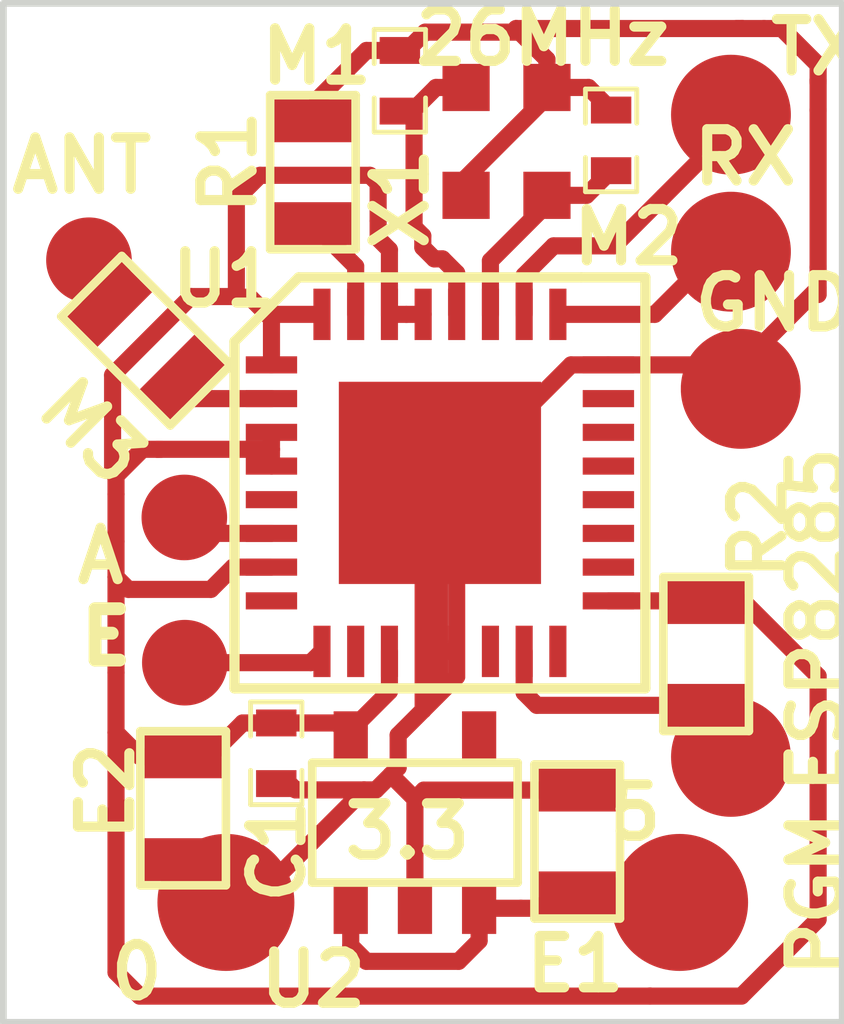
<source format=kicad_pcb>
(kicad_pcb (version 20171130) (host pcbnew "(5.1.12)-1")

  (general
    (thickness 1.6)
    (drawings 4)
    (tracks 176)
    (zones 0)
    (modules 20)
    (nets 14)
  )

  (page User 139.7 139.7)
  (layers
    (0 F.Cu signal)
    (31 B.Cu signal)
    (32 B.Adhes user hide)
    (33 F.Adhes user hide)
    (34 B.Paste user hide)
    (35 F.Paste user hide)
    (36 B.SilkS user hide)
    (37 F.SilkS user hide)
    (38 B.Mask user hide)
    (39 F.Mask user hide)
    (40 Dwgs.User user hide)
    (41 Cmts.User user hide)
    (42 Eco1.User user hide)
    (43 Eco2.User user hide)
    (44 Edge.Cuts user)
  )

  (setup
    (last_trace_width 0.254)
    (trace_clearance 0.2413)
    (zone_clearance 0.508)
    (zone_45_only no)
    (trace_min 0.254)
    (via_size 0.889)
    (via_drill 0.635)
    (via_min_size 0.889)
    (via_min_drill 0.508)
    (uvia_size 0.508)
    (uvia_drill 0.127)
    (uvias_allowed no)
    (uvia_min_size 0.508)
    (uvia_min_drill 0.127)
    (edge_width 0.1)
    (segment_width 0.2)
    (pcb_text_width 0.3)
    (pcb_text_size 1.5 1.5)
    (mod_edge_width 0.15)
    (mod_text_size 0.762 0.762)
    (mod_text_width 0.15)
    (pad_size 1.27 1.27)
    (pad_drill 0)
    (pad_to_mask_clearance 0)
    (aux_axis_origin 0 0)
    (visible_elements 7FFFFFFF)
    (pcbplotparams
      (layerselection 0x00030_ffffffff)
      (usegerberextensions false)
      (usegerberattributes true)
      (usegerberadvancedattributes true)
      (creategerberjobfile true)
      (excludeedgelayer true)
      (linewidth 0.150000)
      (plotframeref false)
      (viasonmask false)
      (mode 1)
      (useauxorigin false)
      (hpglpennumber 1)
      (hpglpenspeed 20)
      (hpglpendiameter 15.000000)
      (psnegative false)
      (psa4output false)
      (plotreference true)
      (plotvalue true)
      (plotinvisibletext false)
      (padsonsilk false)
      (subtractmaskfromsilk false)
      (outputformat 2)
      (mirror false)
      (drillshape 0)
      (scaleselection 1)
      (outputdirectory ""))
  )

  (net 0 "")
  (net 1 +3.3V)
  (net 2 +5V)
  (net 3 GND)
  (net 4 N-0000010)
  (net 5 N-0000011)
  (net 6 N-0000012)
  (net 7 N-0000013)
  (net 8 N-0000014)
  (net 9 N-000002)
  (net 10 N-000006)
  (net 11 N-000007)
  (net 12 N-000008)
  (net 13 N-000009)

  (net_class Default "This is the default net class."
    (clearance 0.2413)
    (trace_width 0.254)
    (via_dia 0.889)
    (via_drill 0.635)
    (uvia_dia 0.508)
    (uvia_drill 0.127)
    (add_net +3.3V)
    (add_net +5V)
    (add_net GND)
    (add_net N-0000010)
    (add_net N-0000011)
    (add_net N-0000012)
    (add_net N-0000013)
    (add_net N-0000014)
    (add_net N-000002)
    (add_net N-000006)
    (add_net N-000007)
    (add_net N-000008)
    (add_net N-000009)
  )

  (module SOT23-5 (layer F.Cu) (tedit 5772D88E) (tstamp 576E2ACE)
    (at 47.12716 44.02836)
    (path /576C1E1A)
    (attr smd)
    (fp_text reference U2 (at -1.50876 2.32664) (layer F.SilkS)
      (effects (font (size 0.762 0.762) (thickness 0.15)))
    )
    (fp_text value 3.3 (at -0.11176 0.12954) (layer F.SilkS)
      (effects (font (size 0.762 0.762) (thickness 0.15)))
    )
    (fp_line (start -1.524 -0.889) (end 1.524 -0.889) (layer F.SilkS) (width 0.127))
    (fp_line (start -1.524 0.889) (end -1.524 -0.889) (layer F.SilkS) (width 0.127))
    (fp_line (start 1.524 0.889) (end -1.524 0.889) (layer F.SilkS) (width 0.127))
    (fp_line (start 1.524 -0.889) (end 1.524 0.889) (layer F.SilkS) (width 0.127))
    (pad 1 smd rect (at -0.9525 1.27) (size 0.508 0.762) (layers F.Cu F.Paste F.Mask)
      (net 2 +5V))
    (pad 3 smd rect (at 0.9525 1.27) (size 0.508 0.762) (layers F.Cu F.Paste F.Mask)
      (net 2 +5V))
    (pad 5 smd rect (at -0.9525 -1.27) (size 0.508 0.762) (layers F.Cu F.Paste F.Mask)
      (net 1 +3.3V))
    (pad 2 smd rect (at 0 1.27) (size 0.508 0.762) (layers F.Cu F.Paste F.Mask)
      (net 3 GND))
    (pad 4 smd rect (at 0.9525 -1.27) (size 0.508 0.762) (layers F.Cu F.Paste F.Mask))
    (model smd/SOT23_5.wrl
      (at (xyz 0 0 0))
      (scale (xyz 0.1 0.1 0.1))
      (rotate (xyz 0 0 0))
    )
  )

  (module SM0603 (layer F.Cu) (tedit 5772D7B7) (tstamp 576E2AE5)
    (at 43.13682 36.8808 315)
    (path /576C1959)
    (attr smd)
    (fp_text reference M3 (at 0.389743 1.514071 315) (layer F.SilkS)
      (effects (font (size 0.762 0.762) (thickness 0.15)))
    )
    (fp_text value 5.6p (at 0 0 315) (layer F.SilkS) hide
      (effects (font (size 0.762 0.762) (thickness 0.15)))
    )
    (fp_line (start -1.143 0.635) (end -1.143 -0.635) (layer F.SilkS) (width 0.127))
    (fp_line (start 1.143 0.635) (end -1.143 0.635) (layer F.SilkS) (width 0.127))
    (fp_line (start 1.143 -0.635) (end 1.143 0.635) (layer F.SilkS) (width 0.127))
    (fp_line (start -1.143 -0.635) (end 1.143 -0.635) (layer F.SilkS) (width 0.127))
    (pad 1 smd rect (at -0.762 0 315) (size 0.635 1.143) (layers F.Cu F.Paste F.Mask)
      (net 8 N-0000014))
    (pad 2 smd rect (at 0.762 0 315) (size 0.635 1.143) (layers F.Cu F.Paste F.Mask)
      (net 5 N-0000011))
    (model smd\resistors\R0603.wrl
      (offset (xyz 0 0 0.02539999961853028))
      (scale (xyz 0.5 0.5 0.5))
      (rotate (xyz 0 0 0))
    )
  )

  (module SM0603 (layer F.Cu) (tedit 5772D8B0) (tstamp 576E2AF9)
    (at 51.4477 41.52646 270)
    (path /576C24A9)
    (attr smd)
    (fp_text reference R2 (at -1.87706 -0.77216 270) (layer F.SilkS)
      (effects (font (size 0.762 0.762) (thickness 0.15)))
    )
    (fp_text value 12k (at 0 0 270) (layer F.SilkS) hide
      (effects (font (size 0.762 0.762) (thickness 0.15)))
    )
    (fp_line (start -1.143 0.635) (end -1.143 -0.635) (layer F.SilkS) (width 0.127))
    (fp_line (start 1.143 0.635) (end -1.143 0.635) (layer F.SilkS) (width 0.127))
    (fp_line (start 1.143 -0.635) (end 1.143 0.635) (layer F.SilkS) (width 0.127))
    (fp_line (start -1.143 -0.635) (end 1.143 -0.635) (layer F.SilkS) (width 0.127))
    (pad 1 smd rect (at -0.762 0 270) (size 0.635 1.143) (layers F.Cu F.Paste F.Mask)
      (net 1 +3.3V))
    (pad 2 smd rect (at 0.762 0 270) (size 0.635 1.143) (layers F.Cu F.Paste F.Mask)
      (net 12 N-000008))
    (model smd\resistors\R0603.wrl
      (offset (xyz 0 0 0.02539999961853028))
      (scale (xyz 0.5 0.5 0.5))
      (rotate (xyz 0 0 0))
    )
  )

  (module QFN32 (layer F.Cu) (tedit 5772DCD1) (tstamp 576E2B24)
    (at 47.498 38.989)
    (descr "Support CMS Plcc 32 pins")
    (tags "CMS Plcc")
    (path /576C192F)
    (attr smd)
    (fp_text reference U1 (at -3.198 -3.019) (layer F.SilkS)
      (effects (font (size 0.762 0.762) (thickness 0.15)))
    )
    (fp_text value ESP8285 (at 5.588 2.032 90) (layer F.SilkS)
      (effects (font (size 0.762 0.762) (thickness 0.15)))
    )
    (fp_line (start -3.048 -2.0955) (end -2.0955 -3.048) (layer F.SilkS) (width 0.1524))
    (fp_line (start -3.048 3.048) (end -3.048 -2.0955) (layer F.SilkS) (width 0.1524))
    (fp_line (start 3.048 3.048) (end -3.048 3.048) (layer F.SilkS) (width 0.1524))
    (fp_line (start 3.048 -3.048) (end 3.048 3.048) (layer F.SilkS) (width 0.1524))
    (fp_line (start 2.0955 -3.048) (end 3.048 -3.048) (layer F.SilkS) (width 0.1524))
    (fp_line (start -2.0955 -3.048) (end 2.0955 -3.048) (layer F.SilkS) (width 0.1524))
    (pad 31 smd rect (at -1.24968 -2.49936) (size 0.254 0.762) (layers F.Cu F.Paste F.Mask)
      (net 7 N-0000013))
    (pad 30 smd rect (at -0.7493 -2.49936) (size 0.254 0.762) (layers F.Cu F.Paste F.Mask)
      (net 1 +3.3V))
    (pad 29 smd rect (at -0.24892 -2.49936) (size 0.254 0.762) (layers F.Cu F.Paste F.Mask)
      (net 1 +3.3V))
    (pad 32 smd rect (at -1.75006 -2.49936) (size 0.254 0.762) (layers F.Cu F.Paste F.Mask)
      (net 1 +3.3V))
    (pad 1 smd rect (at -2.49936 -1.75006 90) (size 0.254 0.762) (layers F.Cu F.Paste F.Mask)
      (net 1 +3.3V))
    (pad 2 smd rect (at -2.49936 -1.24968 90) (size 0.254 0.762) (layers F.Cu F.Paste F.Mask)
      (net 5 N-0000011))
    (pad 3 smd rect (at -2.49936 -0.7493 90) (size 0.254 0.762) (layers F.Cu F.Paste F.Mask)
      (net 1 +3.3V))
    (pad 4 smd rect (at -2.49936 -0.24892 90) (size 0.254 0.762) (layers F.Cu F.Paste F.Mask)
      (net 1 +3.3V))
    (pad 5 smd rect (at -2.49936 0.24892 90) (size 0.254 0.762) (layers F.Cu F.Paste F.Mask))
    (pad 6 smd rect (at -2.49936 0.7493 90) (size 0.254 0.762) (layers F.Cu F.Paste F.Mask)
      (net 9 N-000002))
    (pad 7 smd rect (at -2.49936 1.24968 90) (size 0.254 0.762) (layers F.Cu F.Paste F.Mask)
      (net 1 +3.3V))
    (pad 8 smd rect (at -2.49936 1.75006 90) (size 0.254 0.762) (layers F.Cu F.Paste F.Mask))
    (pad 16 smd rect (at 1.75006 2.49936) (size 0.254 0.762) (layers F.Cu F.Paste F.Mask))
    (pad 9 smd rect (at -1.75006 2.49936) (size 0.254 0.762) (layers F.Cu F.Paste F.Mask)
      (net 13 N-000009))
    (pad 10 smd rect (at -1.24968 2.49936) (size 0.254 0.762) (layers F.Cu F.Paste F.Mask))
    (pad 11 smd rect (at -0.7493 2.49936) (size 0.254 0.762) (layers F.Cu F.Paste F.Mask)
      (net 1 +3.3V))
    (pad 12 smd rect (at -0.24892 2.49936) (size 0.254 0.762) (layers F.Cu F.Paste F.Mask)
      (net 3 GND))
    (pad 13 smd rect (at 0.24892 2.49936) (size 0.254 0.762) (layers F.Cu F.Paste F.Mask)
      (net 3 GND))
    (pad 14 smd rect (at 0.7493 2.49936) (size 0.254 0.762) (layers F.Cu F.Paste F.Mask))
    (pad 15 smd rect (at 1.24968 2.49936) (size 0.254 0.762) (layers F.Cu F.Paste F.Mask)
      (net 12 N-000008))
    (pad 17 smd rect (at 2.49936 1.75006 90) (size 0.254 0.762) (layers F.Cu F.Paste F.Mask)
      (net 1 +3.3V))
    (pad 18 smd rect (at 2.49936 1.24968 90) (size 0.254 0.762) (layers F.Cu F.Paste F.Mask))
    (pad 19 smd rect (at 2.49936 0.7493 90) (size 0.254 0.762) (layers F.Cu F.Paste F.Mask))
    (pad 20 smd rect (at 2.49936 0.24892 90) (size 0.254 0.762) (layers F.Cu F.Paste F.Mask))
    (pad 21 smd rect (at 2.49936 -0.24892 90) (size 0.254 0.762) (layers F.Cu F.Paste F.Mask))
    (pad 22 smd rect (at 2.49936 -0.7493 90) (size 0.254 0.762) (layers F.Cu F.Paste F.Mask))
    (pad 23 smd rect (at 2.49936 -1.24968 90) (size 0.254 0.762) (layers F.Cu F.Paste F.Mask))
    (pad 24 smd rect (at 2.49936 -1.75006 90) (size 0.254 0.762) (layers F.Cu F.Paste F.Mask)
      (net 3 GND))
    (pad 25 smd rect (at 1.75006 -2.49936) (size 0.254 0.762) (layers F.Cu F.Paste F.Mask)
      (net 11 N-000007))
    (pad 26 smd rect (at 1.24968 -2.49936) (size 0.254 0.762) (layers F.Cu F.Paste F.Mask)
      (net 10 N-000006))
    (pad 27 smd rect (at 0.7493 -2.49936) (size 0.254 0.762) (layers F.Cu F.Paste F.Mask)
      (net 6 N-0000012))
    (pad 28 smd rect (at 0.24892 -2.49936) (size 0.254 0.762) (layers F.Cu F.Paste F.Mask)
      (net 4 N-0000010))
    (pad 33 smd rect (at 0 0) (size 2.99974 2.99974) (layers F.Cu F.Paste F.Mask)
      (net 3 GND))
  )

  (module .1SMTPIN (layer F.Cu) (tedit 5772DDF2) (tstamp 576E2B63)
    (at 42.291 35.687)
    (path /576C1D0E)
    (fp_text reference P4 (at 0 0) (layer F.SilkS) hide
      (effects (font (size 0.762 0.762) (thickness 0.15)))
    )
    (fp_text value ANT (at -0.10668 -1.40462) (layer F.SilkS)
      (effects (font (size 0.762 0.762) (thickness 0.15)))
    )
    (pad 1 smd circle (at 0 0) (size 1.27 1.27) (layers F.Cu F.Paste F.Mask)
      (net 8 N-0000014))
  )

  (module .1SMTPIN (layer F.Cu) (tedit 5772DBB3) (tstamp 576E2B68)
    (at 51.816 33.528)
    (path /576C2572)
    (fp_text reference P2 (at -0.07 1.6 90) (layer F.SilkS) hide
      (effects (font (size 0.762 0.762) (thickness 0.15)))
    )
    (fp_text value TX (at 1.26238 -1.00076) (layer F.SilkS)
      (effects (font (size 0.762 0.762) (thickness 0.15)))
    )
    (pad 1 smd circle (at 0 0) (size 1.778 1.778) (layers F.Cu F.Paste F.Mask)
      (net 10 N-000006))
  )

  (module .1SMTPIN (layer F.Cu) (tedit 5772D48E) (tstamp 576C3082)
    (at 51.816 35.56)
    (path /576C2578)
    (fp_text reference P1 (at 0 0) (layer F.SilkS) hide
      (effects (font (size 0.762 0.762) (thickness 0.15)))
    )
    (fp_text value RX (at 0.21 -1.4) (layer F.SilkS)
      (effects (font (size 0.762 0.762) (thickness 0.15)))
    )
    (pad 1 smd circle (at 0 0) (size 1.778 1.778) (layers F.Cu F.Paste F.Mask)
      (net 11 N-000007))
  )

  (module .1SMTPIN (layer F.Cu) (tedit 5772D48A) (tstamp 576E2B72)
    (at 51.96078 37.59454)
    (path /576C257E)
    (fp_text reference P3 (at 0 0) (layer F.SilkS) hide
      (effects (font (size 0.762 0.762) (thickness 0.15)))
    )
    (fp_text value GND (at 0.5 -1.27) (layer F.SilkS)
      (effects (font (size 0.762 0.762) (thickness 0.15)))
    )
    (pad 1 smd circle (at 0 0) (size 1.778 1.778) (layers F.Cu F.Paste F.Mask)
      (net 3 GND))
  )

  (module XTAL4TINY (layer F.Cu) (tedit 5772DBAE) (tstamp 576C2761)
    (at 48.48606 33.92424 270)
    (path /576C19C1)
    (fp_text reference X1 (at 0.84836 1.57226 270) (layer F.SilkS)
      (effects (font (size 0.762 0.762) (thickness 0.15)))
    )
    (fp_text value 26MHz (at -1.53924 -0.53594) (layer F.SilkS)
      (effects (font (size 0.762 0.762) (thickness 0.15)))
    )
    (pad 1 smd rect (at -0.8 0.6 270) (size 0.7 0.7) (layers F.Cu F.Paste F.Mask)
      (net 4 N-0000010))
    (pad 2 smd rect (at 0.8 -0.6 270) (size 0.7 0.7) (layers F.Cu F.Paste F.Mask)
      (net 6 N-0000012))
    (pad 3 smd rect (at -0.8 -0.6 270) (size 0.7 0.7) (layers F.Cu F.Paste F.Mask)
      (net 3 GND))
    (pad 4 smd rect (at 0.8 0.6 270) (size 0.7 0.7) (layers F.Cu F.Paste F.Mask)
      (net 3 GND))
  )

  (module SM0402 (layer F.Cu) (tedit 5772D79C) (tstamp 576C2BBA)
    (at 46.90364 33.02508 90)
    (path /576C2FB6)
    (attr smd)
    (fp_text reference M1 (at 0.36068 -1.23444 180) (layer F.SilkS)
      (effects (font (size 0.762 0.762) (thickness 0.15)))
    )
    (fp_text value 5.6p (at 0.09906 0 90) (layer F.SilkS) hide
      (effects (font (size 0.762 0.762) (thickness 0.15)))
    )
    (fp_line (start 0.762 0.381) (end 0.254 0.381) (layer F.SilkS) (width 0.07112))
    (fp_line (start 0.762 -0.381) (end 0.762 0.381) (layer F.SilkS) (width 0.07112))
    (fp_line (start 0.254 -0.381) (end 0.762 -0.381) (layer F.SilkS) (width 0.07112))
    (fp_line (start -0.762 0.381) (end -0.254 0.381) (layer F.SilkS) (width 0.07112))
    (fp_line (start -0.762 -0.381) (end -0.762 0.381) (layer F.SilkS) (width 0.07112))
    (fp_line (start -0.254 -0.381) (end -0.762 -0.381) (layer F.SilkS) (width 0.07112))
    (pad 1 smd rect (at -0.44958 0 90) (size 0.39878 0.59944) (layers F.Cu F.Paste F.Mask)
      (net 4 N-0000010))
    (pad 2 smd rect (at 0.44958 0 90) (size 0.39878 0.59944) (layers F.Cu F.Paste F.Mask)
      (net 3 GND))
    (model smd\chip_cms.wrl
      (offset (xyz 0 0 0.05079999923706055))
      (scale (xyz 0.05 0.05 0.05))
      (rotate (xyz 0 0 0))
    )
  )

  (module SM0402 (layer F.Cu) (tedit 5772D7AF) (tstamp 576C2BC6)
    (at 50.038 33.909 90)
    (path /576C2CF8)
    (attr smd)
    (fp_text reference M2 (at -1.4351 0.25654 180) (layer F.SilkS)
      (effects (font (size 0.762 0.762) (thickness 0.15)))
    )
    (fp_text value 5.6p (at 0.09906 0 90) (layer F.SilkS) hide
      (effects (font (size 0.762 0.762) (thickness 0.15)))
    )
    (fp_line (start 0.762 0.381) (end 0.254 0.381) (layer F.SilkS) (width 0.07112))
    (fp_line (start 0.762 -0.381) (end 0.762 0.381) (layer F.SilkS) (width 0.07112))
    (fp_line (start 0.254 -0.381) (end 0.762 -0.381) (layer F.SilkS) (width 0.07112))
    (fp_line (start -0.762 0.381) (end -0.254 0.381) (layer F.SilkS) (width 0.07112))
    (fp_line (start -0.762 -0.381) (end -0.762 0.381) (layer F.SilkS) (width 0.07112))
    (fp_line (start -0.254 -0.381) (end -0.762 -0.381) (layer F.SilkS) (width 0.07112))
    (pad 1 smd rect (at -0.44958 0 90) (size 0.39878 0.59944) (layers F.Cu F.Paste F.Mask)
      (net 6 N-0000012))
    (pad 2 smd rect (at 0.44958 0 90) (size 0.39878 0.59944) (layers F.Cu F.Paste F.Mask)
      (net 3 GND))
    (model smd\chip_cms.wrl
      (offset (xyz 0 0 0.05079999923706055))
      (scale (xyz 0.05 0.05 0.05))
      (rotate (xyz 0 0 0))
    )
  )

  (module SM0603 (layer F.Cu) (tedit 576C540A) (tstamp 576E2AEF)
    (at 45.61332 34.38144 270)
    (path /576C1B09)
    (attr smd)
    (fp_text reference R1 (at -0.15 1.253 270) (layer F.SilkS)
      (effects (font (size 0.762 0.762) (thickness 0.15)))
    )
    (fp_text value 12k (at 0 0 270) (layer F.SilkS) hide
      (effects (font (size 0.762 0.762) (thickness 0.15)))
    )
    (fp_line (start -1.143 0.635) (end -1.143 -0.635) (layer F.SilkS) (width 0.127))
    (fp_line (start 1.143 0.635) (end -1.143 0.635) (layer F.SilkS) (width 0.127))
    (fp_line (start 1.143 -0.635) (end 1.143 0.635) (layer F.SilkS) (width 0.127))
    (fp_line (start -1.143 -0.635) (end 1.143 -0.635) (layer F.SilkS) (width 0.127))
    (pad 1 smd rect (at -0.762 0 270) (size 0.635 1.143) (layers F.Cu F.Paste F.Mask)
      (net 3 GND))
    (pad 2 smd rect (at 0.762 0 270) (size 0.635 1.143) (layers F.Cu F.Paste F.Mask)
      (net 7 N-0000013))
    (model smd\resistors\R0603.wrl
      (offset (xyz 0 0 0.02539999961853028))
      (scale (xyz 0.5 0.5 0.5))
      (rotate (xyz 0 0 0))
    )
  )

  (module .1SMTPIN (layer F.Cu) (tedit 5772DD68) (tstamp 576C3DA8)
    (at 43.70324 39.50208)
    (path /576C2F50)
    (fp_text reference P5 (at 0.56 -1.13) (layer F.SilkS) hide
      (effects (font (size 0.762 0.762) (thickness 0.15)))
    )
    (fp_text value A (at -1.24 0.57) (layer F.SilkS)
      (effects (font (size 0.762 0.762) (thickness 0.15)))
    )
    (pad 1 smd circle (at 0.00254 0) (size 1.27 1.27) (layers F.Cu F.Paste F.Mask)
      (net 9 N-000002))
  )

  (module SM0603 (layer F.Cu) (tedit 5772DB81) (tstamp 576C36C2)
    (at 43.688 43.815 90)
    (path /576C3722)
    (attr smd)
    (fp_text reference E2 (at 0.254 -1.143 90) (layer F.SilkS)
      (effects (font (size 0.762 0.762) (thickness 0.15)))
    )
    (fp_text value 10u (at 0 0 90) (layer F.SilkS) hide
      (effects (font (size 0.762 0.762) (thickness 0.15)))
    )
    (fp_line (start -1.143 0.635) (end -1.143 -0.635) (layer F.SilkS) (width 0.127))
    (fp_line (start 1.143 0.635) (end -1.143 0.635) (layer F.SilkS) (width 0.127))
    (fp_line (start 1.143 -0.635) (end 1.143 0.635) (layer F.SilkS) (width 0.127))
    (fp_line (start -1.143 -0.635) (end 1.143 -0.635) (layer F.SilkS) (width 0.127))
    (pad 1 smd rect (at -0.762 0 90) (size 0.635 1.143) (layers F.Cu F.Paste F.Mask)
      (net 3 GND))
    (pad 2 smd rect (at 0.762 0 90) (size 0.635 1.143) (layers F.Cu F.Paste F.Mask)
      (net 1 +3.3V))
    (model smd\resistors\R0603.wrl
      (offset (xyz 0 0 0.02539999961853028))
      (scale (xyz 0.5 0.5 0.5))
      (rotate (xyz 0 0 0))
    )
  )

  (module SM0603 (layer F.Cu) (tedit 5772D7C8) (tstamp 576C36CC)
    (at 49.53508 44.30776 270)
    (path /576C372A)
    (attr smd)
    (fp_text reference E1 (at 1.81864 0.03048) (layer F.SilkS)
      (effects (font (size 0.762 0.762) (thickness 0.15)))
    )
    (fp_text value 10u (at 0 0 270) (layer F.SilkS) hide
      (effects (font (size 0.762 0.762) (thickness 0.15)))
    )
    (fp_line (start -1.143 0.635) (end -1.143 -0.635) (layer F.SilkS) (width 0.127))
    (fp_line (start 1.143 0.635) (end -1.143 0.635) (layer F.SilkS) (width 0.127))
    (fp_line (start 1.143 -0.635) (end 1.143 0.635) (layer F.SilkS) (width 0.127))
    (fp_line (start -1.143 -0.635) (end 1.143 -0.635) (layer F.SilkS) (width 0.127))
    (pad 1 smd rect (at -0.762 0 270) (size 0.635 1.143) (layers F.Cu F.Paste F.Mask)
      (net 3 GND))
    (pad 2 smd rect (at 0.762 0 270) (size 0.635 1.143) (layers F.Cu F.Paste F.Mask)
      (net 2 +5V))
    (model smd\resistors\R0603.wrl
      (offset (xyz 0 0 0.02539999961853028))
      (scale (xyz 0.5 0.5 0.5))
      (rotate (xyz 0 0 0))
    )
  )

  (module SM0402 (layer F.Cu) (tedit 5772DB86) (tstamp 576C36D8)
    (at 45.06976 42.99966 90)
    (path /576C2DFD)
    (attr smd)
    (fp_text reference C1 (at -1.45034 0.01524 90) (layer F.SilkS)
      (effects (font (size 0.762 0.762) (thickness 0.15)))
    )
    (fp_text value .1u (at 0.09906 0 90) (layer F.SilkS) hide
      (effects (font (size 0.762 0.762) (thickness 0.15)))
    )
    (fp_line (start 0.762 0.381) (end 0.254 0.381) (layer F.SilkS) (width 0.07112))
    (fp_line (start 0.762 -0.381) (end 0.762 0.381) (layer F.SilkS) (width 0.07112))
    (fp_line (start 0.254 -0.381) (end 0.762 -0.381) (layer F.SilkS) (width 0.07112))
    (fp_line (start -0.762 0.381) (end -0.254 0.381) (layer F.SilkS) (width 0.07112))
    (fp_line (start -0.762 -0.381) (end -0.762 0.381) (layer F.SilkS) (width 0.07112))
    (fp_line (start -0.254 -0.381) (end -0.762 -0.381) (layer F.SilkS) (width 0.07112))
    (pad 1 smd rect (at -0.44958 0 90) (size 0.39878 0.59944) (layers F.Cu F.Paste F.Mask)
      (net 3 GND))
    (pad 2 smd rect (at 0.44958 0 90) (size 0.39878 0.59944) (layers F.Cu F.Paste F.Mask)
      (net 1 +3.3V))
    (model smd\chip_cms.wrl
      (offset (xyz 0 0 0.05079999923706055))
      (scale (xyz 0.05 0.05 0.05))
      (rotate (xyz 0 0 0))
    )
  )

  (module .1SMTPIN (layer F.Cu) (tedit 5772D8D9) (tstamp 576C36F5)
    (at 51.054 45.212)
    (path /576C373C)
    (fp_text reference P7 (at 0 0) (layer F.SilkS) hide
      (effects (font (size 0.762 0.762) (thickness 0.15)))
    )
    (fp_text value 5 (at -0.65786 -1.3335) (layer F.SilkS)
      (effects (font (size 0.762 0.762) (thickness 0.15)))
    )
    (pad 1 smd circle (at 0 0) (size 2.032 2.032) (layers F.Cu F.Paste F.Mask)
      (net 2 +5V))
  )

  (module .1SMTPIN (layer F.Cu) (tedit 5772D89F) (tstamp 576C36FA)
    (at 44.323 45.212)
    (path /576C377C)
    (fp_text reference P6 (at 0 0) (layer F.SilkS) hide
      (effects (font (size 0.762 0.762) (thickness 0.15)))
    )
    (fp_text value 0 (at -1.32334 1.03378) (layer F.SilkS)
      (effects (font (size 0.762 0.762) (thickness 0.15)))
    )
    (pad 1 smd circle (at 0 0) (size 2.032 2.032) (layers F.Cu F.Paste F.Mask)
      (net 3 GND))
  )

  (module .1SMTPIN (layer F.Cu) (tedit 5772DCD5) (tstamp 5772DB71)
    (at 51.816 43.053)
    (path /5772D3E9)
    (fp_text reference P8 (at 0 0) (layer F.SilkS) hide
      (effects (font (size 0.762 0.762) (thickness 0.15)))
    )
    (fp_text value PGM (at 1.27 2.032 90) (layer F.SilkS)
      (effects (font (size 0.762 0.762) (thickness 0.15)))
    )
    (pad 1 smd circle (at 0 0) (size 1.778 1.778) (layers F.Cu F.Paste F.Mask)
      (net 12 N-000008))
  )

  (module .1SMTPIN (layer F.Cu) (tedit 5772DD6D) (tstamp 5772DB29)
    (at 43.688 41.656)
    (path /5772DB40)
    (fp_text reference P9 (at 0 0) (layer F.SilkS) hide
      (effects (font (size 1.524 1.524) (thickness 0.3048)))
    )
    (fp_text value E (at -1.143 -0.381) (layer F.SilkS)
      (effects (font (size 0.762 0.762) (thickness 0.1905)))
    )
    (pad 1 smd circle (at 0.0254 0) (size 1.27 1.27) (layers F.Cu F.Paste F.Mask)
      (net 13 N-000009))
  )

  (gr_line (start 41.021 31.877) (end 53.467 31.877) (angle 90) (layer Edge.Cuts) (width 0.1))
  (gr_line (start 41.021 46.99) (end 41.021 31.877) (angle 90) (layer Edge.Cuts) (width 0.1))
  (gr_line (start 53.467 46.99) (end 41.021 46.99) (angle 90) (layer Edge.Cuts) (width 0.1))
  (gr_line (start 53.467 46.99) (end 53.467 31.877) (angle 90) (layer Edge.Cuts) (width 0.1) (tstamp 5772DA23))

  (segment (start 43.688 43.053) (end 43.053 43.053) (width 0.254) (layer F.Cu) (net 1))
  (segment (start 43.053 43.053) (end 42.69232 42.69232) (width 0.254) (layer F.Cu) (net 1) (tstamp 5772DB49))
  (segment (start 43.688 43.053) (end 44.069 43.053) (width 0.254) (layer F.Cu) (net 1))
  (segment (start 44.57192 42.55008) (end 45.06976 42.55008) (width 0.254) (layer F.Cu) (net 1) (tstamp 5772DB11))
  (segment (start 44.069 43.053) (end 44.57192 42.55008) (width 0.254) (layer F.Cu) (net 1) (tstamp 5772DB10))
  (segment (start 53.10886 44.09694) (end 53.10886 44.23664) (width 0.254) (layer F.Cu) (net 1))
  (segment (start 51.97094 46.60138) (end 53.10886 45.46346) (width 0.254) (layer F.Cu) (net 1) (tstamp 5772D6BD))
  (segment (start 53.10886 45.46346) (end 53.10886 44.23664) (width 0.254) (layer F.Cu) (net 1) (tstamp 5772D6BE))
  (segment (start 51.97094 46.60138) (end 50.61966 46.60138) (width 0.254) (layer F.Cu) (net 1))
  (segment (start 46.17466 42.75836) (end 46.29912 42.6339) (width 0.254) (layer F.Cu) (net 1))
  (segment (start 46.7487 42.08272) (end 46.7487 41.48836) (width 0.254) (layer F.Cu) (net 1) (tstamp 5772D66B))
  (segment (start 46.29912 42.5323) (end 46.7487 42.08272) (width 0.254) (layer F.Cu) (net 1) (tstamp 5772D66A))
  (segment (start 46.29912 42.6339) (end 46.29912 42.5323) (width 0.254) (layer F.Cu) (net 1) (tstamp 5772D669))
  (segment (start 46.17466 42.75836) (end 45.96638 42.55008) (width 0.254) (layer F.Cu) (net 1))
  (segment (start 45.96638 42.55008) (end 45.06976 42.55008) (width 0.254) (layer F.Cu) (net 1) (tstamp 5772D65C))
  (segment (start 51.4477 40.76446) (end 52.0192 40.76446) (width 0.254) (layer F.Cu) (net 1))
  (segment (start 52.0192 40.76446) (end 53.10886 41.85412) (width 0.254) (layer F.Cu) (net 1) (tstamp 5772D649))
  (segment (start 53.10886 41.85412) (end 53.10886 44.09694) (width 0.254) (layer F.Cu) (net 1) (tstamp 5772D64A))
  (segment (start 53.10886 44.09694) (end 53.10886 44.0944) (width 0.254) (layer F.Cu) (net 1) (tstamp 5772D6D2))
  (segment (start 50.60188 46.60138) (end 50.61966 46.60138) (width 0.254) (layer F.Cu) (net 1) (tstamp 5772D64E))
  (segment (start 50.61966 46.60138) (end 43.04538 46.60138) (width 0.254) (layer F.Cu) (net 1) (tstamp 5772D6BB))
  (segment (start 43.04538 46.60138) (end 42.69232 46.24832) (width 0.254) (layer F.Cu) (net 1) (tstamp 5772D650))
  (segment (start 42.69232 46.24832) (end 42.69232 42.69232) (width 0.254) (layer F.Cu) (net 1) (tstamp 5772D651))
  (segment (start 42.69232 42.69232) (end 42.69232 41.80332) (width 0.254) (layer F.Cu) (net 1) (tstamp 5772DB4C))
  (segment (start 42.69232 40.386) (end 42.69232 40.8813) (width 0.254) (layer F.Cu) (net 1) (tstamp 5772CED4))
  (segment (start 42.69232 41.80332) (end 42.69232 40.8813) (width 0.254) (layer F.Cu) (net 1) (tstamp 5772D665))
  (segment (start 51.4477 40.76446) (end 51.4223 40.73906) (width 0.254) (layer F.Cu) (net 1))
  (segment (start 51.4223 40.73906) (end 49.99736 40.73906) (width 0.254) (layer F.Cu) (net 1) (tstamp 5772D431))
  (segment (start 46.7487 36.48964) (end 46.7487 35.53206) (width 0.254) (layer F.Cu) (net 1))
  (segment (start 44.47794 34.77768) (end 44.82846 34.42716) (width 0.254) (layer F.Cu) (net 1) (tstamp 5772CF24))
  (segment (start 44.82846 34.42716) (end 46.45914 34.42716) (width 0.254) (layer F.Cu) (net 1) (tstamp 5772CF25))
  (segment (start 46.45914 34.42716) (end 46.58106 34.54908) (width 0.254) (layer F.Cu) (net 1) (tstamp 5772CF26))
  (segment (start 46.58106 34.54908) (end 46.58106 35.10534) (width 0.254) (layer F.Cu) (net 1) (tstamp 5772CF27))
  (segment (start 44.47794 34.77768) (end 44.47794 36.22548) (width 0.254) (layer F.Cu) (net 1) (tstamp 5772CF74))
  (segment (start 46.58106 35.36442) (end 46.58106 35.10534) (width 0.254) (layer F.Cu) (net 1) (tstamp 5772CFA1))
  (segment (start 46.7487 35.53206) (end 46.58106 35.36442) (width 0.254) (layer F.Cu) (net 1) (tstamp 5772CFA0))
  (segment (start 44.47794 36.22548) (end 43.80738 36.22548) (width 0.254) (layer F.Cu) (net 1))
  (segment (start 43.80738 36.22548) (end 42.64152 37.39134) (width 0.254) (layer F.Cu) (net 1) (tstamp 5772CF76))
  (segment (start 42.64152 37.39134) (end 42.64152 38.83406) (width 0.254) (layer F.Cu) (net 1) (tstamp 5772CF77))
  (segment (start 42.64152 38.83406) (end 42.69232 38.88486) (width 0.254) (layer F.Cu) (net 1) (tstamp 5772CF79))
  (segment (start 44.47794 36.23564) (end 44.47794 36.22548) (width 0.254) (layer F.Cu) (net 1))
  (segment (start 44.6786 36.23564) (end 44.47794 36.23564) (width 0.254) (layer F.Cu) (net 1) (tstamp 5772CF04))
  (segment (start 44.99864 36.55568) (end 44.6786 36.23564) (width 0.254) (layer F.Cu) (net 1))
  (segment (start 46.7487 36.48964) (end 47.00016 36.48964) (width 0.254) (layer F.Cu) (net 1))
  (segment (start 47.00016 36.48964) (end 47.24908 36.48964) (width 0.254) (layer F.Cu) (net 1) (tstamp 5772CF2C))
  (segment (start 44.99864 37.23894) (end 44.99864 36.55568) (width 0.254) (layer F.Cu) (net 1))
  (segment (start 45.06468 36.48964) (end 45.74794 36.48964) (width 0.254) (layer F.Cu) (net 1) (tstamp 5772CF01))
  (segment (start 44.99864 36.55568) (end 45.06468 36.48964) (width 0.254) (layer F.Cu) (net 1) (tstamp 5772CF00))
  (segment (start 43.30954 38.49116) (end 43.08602 38.49116) (width 0.254) (layer F.Cu) (net 1))
  (segment (start 43.08602 38.49116) (end 42.69232 38.88486) (width 0.254) (layer F.Cu) (net 1) (tstamp 5772CEE4))
  (segment (start 42.69232 39.15664) (end 42.69232 39.85768) (width 0.254) (layer F.Cu) (net 1) (tstamp 5772CE98))
  (segment (start 42.69232 39.85768) (end 42.69232 40.386) (width 0.254) (layer F.Cu) (net 1))
  (segment (start 42.69232 38.88486) (end 42.69232 39.15664) (width 0.254) (layer F.Cu) (net 1) (tstamp 5772CEE5))
  (segment (start 44.99864 40.23868) (end 44.42968 40.23868) (width 0.254) (layer F.Cu) (net 1))
  (segment (start 44.42968 40.23868) (end 44.09948 40.56888) (width 0.254) (layer F.Cu) (net 1) (tstamp 5772CECF))
  (segment (start 44.09948 40.56888) (end 42.8752 40.56888) (width 0.254) (layer F.Cu) (net 1) (tstamp 5772CED0))
  (segment (start 42.8752 40.56888) (end 42.69232 40.386) (width 0.254) (layer F.Cu) (net 1) (tstamp 5772CED1))
  (segment (start 44.99864 38.49116) (end 43.30954 38.49116) (width 0.254) (layer F.Cu) (net 1))
  (segment (start 43.30954 38.49116) (end 43.3578 38.49116) (width 0.254) (layer F.Cu) (net 1) (tstamp 5772CEE2))
  (segment (start 44.99864 38.74008) (end 44.99864 38.49116) (width 0.254) (layer F.Cu) (net 1))
  (segment (start 44.99864 38.49116) (end 44.99864 38.2397) (width 0.254) (layer F.Cu) (net 1) (tstamp 5772CE95))
  (segment (start 49.12614 45.2628) (end 49.12614 45.15866) (width 0.254) (layer F.Cu) (net 2))
  (segment (start 49.01946 45.2628) (end 49.12614 45.2628) (width 0.254) (layer F.Cu) (net 2))
  (segment (start 49.12614 45.2628) (end 51.21148 45.2628) (width 0.254) (layer F.Cu) (net 2) (tstamp 5772D6EC))
  (segment (start 51.21148 45.2628) (end 51.31308 45.1612) (width 0.254) (layer F.Cu) (net 2) (tstamp 5772D6E9))
  (segment (start 48.07966 45.29836) (end 48.07966 45.78096) (width 0.254) (layer F.Cu) (net 2))
  (segment (start 46.17466 45.85462) (end 46.17466 45.29836) (width 0.254) (layer F.Cu) (net 2) (tstamp 5772D644))
  (segment (start 46.4058 46.08576) (end 46.17466 45.85462) (width 0.254) (layer F.Cu) (net 2) (tstamp 5772D643))
  (segment (start 47.77486 46.08576) (end 46.4058 46.08576) (width 0.254) (layer F.Cu) (net 2) (tstamp 5772D642))
  (segment (start 48.07966 45.78096) (end 47.77486 46.08576) (width 0.254) (layer F.Cu) (net 2) (tstamp 5772D641))
  (segment (start 49.0855 45.19676) (end 49.01946 45.2628) (width 0.254) (layer F.Cu) (net 2))
  (segment (start 49.01946 45.2628) (end 48.9839 45.29836) (width 0.254) (layer F.Cu) (net 2) (tstamp 5772D6E7))
  (segment (start 48.9839 45.29836) (end 48.69942 45.29836) (width 0.254) (layer F.Cu) (net 2) (tstamp 5772D63C))
  (segment (start 48.69942 45.29836) (end 48.07966 45.29836) (width 0.254) (layer F.Cu) (net 2) (tstamp 5772D6AD))
  (segment (start 50.038 33.45942) (end 49.70282 33.12424) (width 0.254) (layer F.Cu) (net 3))
  (segment (start 49.70282 33.12424) (end 49.08606 33.12424) (width 0.254) (layer F.Cu) (net 3) (tstamp 5772DD98))
  (segment (start 53.10886 33.02) (end 53.10886 32.78886) (width 0.254) (layer F.Cu) (net 3))
  (segment (start 52.30622 32.25038) (end 51.98364 32.25038) (width 0.254) (layer F.Cu) (net 3))
  (segment (start 52.57038 32.25038) (end 52.30622 32.25038) (width 0.254) (layer F.Cu) (net 3) (tstamp 5772DD7A))
  (segment (start 53.10886 32.78886) (end 52.57038 32.25038) (width 0.254) (layer F.Cu) (net 3) (tstamp 5772DD79))
  (segment (start 44.323 45.212) (end 44.704 45.212) (width 0.254) (layer F.Cu) (net 3))
  (segment (start 44.704 45.212) (end 46.37278 43.54322) (width 0.254) (layer F.Cu) (net 3) (tstamp 5772DB0A))
  (segment (start 43.688 44.577) (end 44.323 45.212) (width 0.254) (layer F.Cu) (net 3))
  (segment (start 49.53508 43.54576) (end 47.25924 43.54576) (width 0.254) (layer F.Cu) (net 3))
  (segment (start 47.25924 43.54576) (end 47.12716 43.67784) (width 0.254) (layer F.Cu) (net 3) (tstamp 5772D6FC))
  (segment (start 46.77029 43.32097) (end 47.12716 43.67784) (width 0.254) (layer F.Cu) (net 3))
  (segment (start 47.12716 43.67784) (end 47.12716 45.29836) (width 0.254) (layer F.Cu) (net 3) (tstamp 5772D5FA))
  (segment (start 45.06976 43.44924) (end 45.2628 43.44924) (width 0.254) (layer F.Cu) (net 3))
  (segment (start 45.2628 43.44924) (end 45.35678 43.54322) (width 0.254) (layer F.Cu) (net 3) (tstamp 5772D5F2))
  (segment (start 45.35678 43.54322) (end 46.37278 43.54322) (width 0.254) (layer F.Cu) (net 3) (tstamp 5772D5F3))
  (segment (start 46.87824 42.73042) (end 47.24908 42.35958) (width 0.254) (layer F.Cu) (net 3) (tstamp 5772D198))
  (segment (start 46.87824 43.21302) (end 46.87824 42.73042) (width 0.254) (layer F.Cu) (net 3) (tstamp 5772D5F5))
  (segment (start 46.54804 43.54322) (end 46.77029 43.32097) (width 0.254) (layer F.Cu) (net 3) (tstamp 5772D5F4))
  (segment (start 46.37278 43.54322) (end 46.54804 43.54322) (width 0.254) (layer F.Cu) (net 3) (tstamp 5772DB0D))
  (segment (start 46.77029 43.32097) (end 46.87824 43.21302) (width 0.254) (layer F.Cu) (net 3) (tstamp 5772D5F8))
  (segment (start 47.49292 41.3385) (end 47.49292 41.9608) (width 0.254) (layer F.Cu) (net 3))
  (segment (start 47.49292 41.9608) (end 47.24908 42.20464) (width 0.254) (layer F.Cu) (net 3) (tstamp 5772D519))
  (segment (start 47.24908 42.20464) (end 47.24908 42.35958) (width 0.254) (layer F.Cu) (net 3) (tstamp 5772D51B))
  (segment (start 47.74692 41.48836) (end 47.74692 41.86174) (width 0.254) (layer F.Cu) (net 3))
  (segment (start 47.74692 41.86174) (end 47.24908 42.35958) (width 0.254) (layer F.Cu) (net 3) (tstamp 5772D514))
  (segment (start 47.24908 42.35958) (end 47.24908 42.35958) (width 0.254) (layer F.Cu) (net 3) (tstamp 5772D51C))
  (segment (start 51.96078 37.59454) (end 51.96078 37.25164) (width 0.254) (layer F.Cu) (net 3))
  (segment (start 53.10886 33.05302) (end 53.10886 33.02) (width 0.254) (layer F.Cu) (net 3) (tstamp 5772D4A1))
  (segment (start 53.10886 33.02) (end 53.10886 33.46196) (width 0.254) (layer F.Cu) (net 3) (tstamp 5772DD77))
  (segment (start 53.10886 33.46196) (end 53.10886 35.79114) (width 0.254) (layer F.Cu) (net 3) (tstamp 5772D394))
  (segment (start 53.10886 36.10356) (end 53.10886 36.195) (width 0.254) (layer F.Cu) (net 3) (tstamp 5772D4B5))
  (segment (start 53.10886 36.195) (end 53.10886 35.79114) (width 0.254) (layer F.Cu) (net 3) (tstamp 5772D628))
  (segment (start 51.96078 37.25164) (end 53.10886 36.10356) (width 0.254) (layer F.Cu) (net 3) (tstamp 5772D4B4))
  (segment (start 49.99736 37.23894) (end 51.60518 37.23894) (width 0.254) (layer F.Cu) (net 3))
  (segment (start 51.60518 37.23894) (end 51.96078 37.59454) (width 0.254) (layer F.Cu) (net 3) (tstamp 5772D4B1))
  (segment (start 51.79314 37.10686) (end 51.66106 37.23894) (width 0.254) (layer F.Cu) (net 3))
  (segment (start 48.6283 32.25038) (end 51.98364 32.25038) (width 0.254) (layer F.Cu) (net 3))
  (segment (start 51.98364 32.25038) (end 51.89728 32.25038) (width 0.254) (layer F.Cu) (net 3) (tstamp 5772D49E))
  (segment (start 47.24908 41.48836) (end 47.24908 42.35958) (width 0.254) (layer F.Cu) (net 3))
  (segment (start 47.49292 41.48836) (end 47.49292 41.3385) (width 0.254) (layer F.Cu) (net 3))
  (segment (start 47.49292 41.3385) (end 47.49292 38.99408) (width 0.254) (layer F.Cu) (net 3) (tstamp 5772D517))
  (segment (start 47.49292 38.99408) (end 47.498 38.989) (width 0.254) (layer F.Cu) (net 3) (tstamp 5772D040))
  (segment (start 47.74692 41.48836) (end 47.74692 39.23792) (width 0.254) (layer F.Cu) (net 3))
  (segment (start 47.74692 39.23792) (end 47.498 38.989) (width 0.254) (layer F.Cu) (net 3) (tstamp 5772D03B))
  (segment (start 47.24908 41.48836) (end 47.24908 39.23792) (width 0.254) (layer F.Cu) (net 3))
  (segment (start 47.24908 39.23792) (end 47.498 38.989) (width 0.254) (layer F.Cu) (net 3) (tstamp 5772D038))
  (segment (start 49.99736 37.23894) (end 49.44364 37.23894) (width 0.254) (layer F.Cu) (net 3))
  (segment (start 47.69358 38.989) (end 47.498 38.989) (width 0.254) (layer F.Cu) (net 3) (tstamp 5772D034))
  (segment (start 49.44364 37.23894) (end 47.69358 38.989) (width 0.254) (layer F.Cu) (net 3) (tstamp 5772D033))
  (segment (start 45.68444 33.2994) (end 45.68444 33.54832) (width 0.254) (layer F.Cu) (net 3))
  (segment (start 46.40834 32.5755) (end 45.68444 33.2994) (width 0.254) (layer F.Cu) (net 3) (tstamp 5772CFD8))
  (segment (start 46.90364 32.5755) (end 46.40834 32.5755) (width 0.254) (layer F.Cu) (net 3))
  (segment (start 45.68444 33.54832) (end 45.61332 33.61944) (width 0.254) (layer F.Cu) (net 3) (tstamp 5772CFE0))
  (segment (start 46.90364 32.5755) (end 47.00778 32.5755) (width 0.254) (layer F.Cu) (net 3))
  (segment (start 49.08606 32.70814) (end 49.08606 33.12424) (width 0.254) (layer F.Cu) (net 3) (tstamp 5772CFD5))
  (segment (start 48.68164 32.30372) (end 48.6283 32.25038) (width 0.254) (layer F.Cu) (net 3) (tstamp 5772CFD4))
  (segment (start 48.6283 32.25038) (end 49.08606 32.70814) (width 0.254) (layer F.Cu) (net 3) (tstamp 5772D391))
  (segment (start 47.27956 32.30372) (end 48.68164 32.30372) (width 0.254) (layer F.Cu) (net 3) (tstamp 5772CFD3))
  (segment (start 47.00778 32.5755) (end 47.27956 32.30372) (width 0.254) (layer F.Cu) (net 3) (tstamp 5772CFD2))
  (segment (start 47.88606 34.72424) (end 47.88606 34.46328) (width 0.254) (layer F.Cu) (net 3))
  (segment (start 49.08606 33.26328) (end 49.08606 33.12424) (width 0.254) (layer F.Cu) (net 3) (tstamp 5772CFBA))
  (segment (start 47.88606 34.46328) (end 49.08606 33.26328) (width 0.254) (layer F.Cu) (net 3) (tstamp 5772CFB9))
  (segment (start 47.24908 41.48836) (end 47.49292 41.48836) (width 0.254) (layer F.Cu) (net 3))
  (segment (start 47.49292 41.48836) (end 47.74692 41.48836) (width 0.254) (layer F.Cu) (net 3) (tstamp 5772D03E))
  (segment (start 47.74692 36.48964) (end 47.74692 35.8775) (width 0.254) (layer F.Cu) (net 4))
  (segment (start 47.43948 33.12424) (end 47.88606 33.12424) (width 0.254) (layer F.Cu) (net 4) (tstamp 5772CFB6))
  (segment (start 47.11446 33.44926) (end 47.43948 33.12424) (width 0.254) (layer F.Cu) (net 4) (tstamp 5772CFB5))
  (segment (start 47.11446 35.19678) (end 47.11446 33.44926) (width 0.254) (layer F.Cu) (net 4) (tstamp 5772CFB4))
  (segment (start 47.244 35.32632) (end 47.11446 35.19678) (width 0.254) (layer F.Cu) (net 4) (tstamp 5772CFB3))
  (segment (start 47.244 35.4965) (end 47.244 35.32632) (width 0.254) (layer F.Cu) (net 4) (tstamp 5772CFB2))
  (segment (start 47.41418 35.66668) (end 47.244 35.4965) (width 0.254) (layer F.Cu) (net 4) (tstamp 5772CFB1))
  (segment (start 47.5361 35.66668) (end 47.41418 35.66668) (width 0.254) (layer F.Cu) (net 4) (tstamp 5772CFB0))
  (segment (start 47.74692 35.8775) (end 47.5361 35.66668) (width 0.254) (layer F.Cu) (net 4) (tstamp 5772CFAF))
  (segment (start 44.99864 37.73932) (end 43.71594 37.73932) (width 0.254) (layer F.Cu) (net 5))
  (segment (start 43.71594 37.73932) (end 43.447035 37.470415) (width 0.254) (layer F.Cu) (net 5) (tstamp 5772CF63))
  (segment (start 49.08606 34.72424) (end 49.67234 34.72424) (width 0.254) (layer F.Cu) (net 6))
  (segment (start 49.67234 34.72424) (end 50.038 34.35858) (width 0.254) (layer F.Cu) (net 6) (tstamp 5772DD95))
  (segment (start 48.2473 36.48964) (end 48.2473 35.69462) (width 0.254) (layer F.Cu) (net 6))
  (segment (start 49.08606 34.85586) (end 49.08606 34.72424) (width 0.254) (layer F.Cu) (net 6) (tstamp 5772CFF0))
  (segment (start 48.2473 35.69462) (end 49.08606 34.85586) (width 0.254) (layer F.Cu) (net 6) (tstamp 5772CFEF))
  (segment (start 46.24832 36.48964) (end 46.24832 35.77844) (width 0.254) (layer F.Cu) (net 7))
  (segment (start 46.24832 35.77844) (end 45.61332 35.14344) (width 0.254) (layer F.Cu) (net 7) (tstamp 5772CF15))
  (segment (start 42.598005 36.341985) (end 42.291 36.03498) (width 0.254) (layer F.Cu) (net 8))
  (segment (start 42.291 36.03498) (end 42.291 35.687) (width 0.254) (layer F.Cu) (net 8) (tstamp 5772DE0E))
  (segment (start 44.99864 39.7383) (end 43.73118 39.7383) (width 0.254) (layer F.Cu) (net 9))
  (segment (start 43.73118 39.7383) (end 43.71848 39.7256) (width 0.254) (layer F.Cu) (net 9) (tstamp 5772CE8E))
  (segment (start 50.81524 34.74212) (end 51.816 33.74136) (width 0.254) (layer F.Cu) (net 10))
  (segment (start 48.74768 35.91052) (end 49.18456 35.47364) (width 0.254) (layer F.Cu) (net 10) (tstamp 5772CFF9))
  (segment (start 49.18456 35.47364) (end 50.08372 35.47364) (width 0.254) (layer F.Cu) (net 10) (tstamp 5772CFFA))
  (segment (start 50.08372 35.47364) (end 50.81524 34.74212) (width 0.254) (layer F.Cu) (net 10) (tstamp 5772CFFB))
  (segment (start 48.74768 36.48964) (end 48.74768 35.91052) (width 0.254) (layer F.Cu) (net 10))
  (segment (start 51.816 33.74136) (end 51.816 33.528) (width 0.254) (layer F.Cu) (net 10) (tstamp 5772DC5A))
  (segment (start 51.89982 35.27552) (end 50.6857 36.48964) (width 0.254) (layer F.Cu) (net 11))
  (segment (start 50.6857 36.48964) (end 49.24806 36.48964) (width 0.254) (layer F.Cu) (net 11) (tstamp 5772D40A))
  (segment (start 51.5874 43.2308) (end 51.5874 42.42816) (width 0.254) (layer F.Cu) (net 12))
  (segment (start 51.5874 42.42816) (end 51.4477 42.28846) (width 0.254) (layer F.Cu) (net 12) (tstamp 5772D511))
  (segment (start 51.4477 42.28846) (end 48.93564 42.28846) (width 0.254) (layer F.Cu) (net 12))
  (segment (start 48.74768 42.1005) (end 48.74768 41.48836) (width 0.254) (layer F.Cu) (net 12) (tstamp 5772D42E))
  (segment (start 48.93564 42.28846) (end 48.74768 42.1005) (width 0.254) (layer F.Cu) (net 12) (tstamp 5772D42B))
  (segment (start 43.688 41.656) (end 45.5803 41.656) (width 0.254) (layer F.Cu) (net 13))
  (segment (start 45.5803 41.656) (end 45.74794 41.48836) (width 0.254) (layer F.Cu) (net 13) (tstamp 5772DB44))

)

</source>
